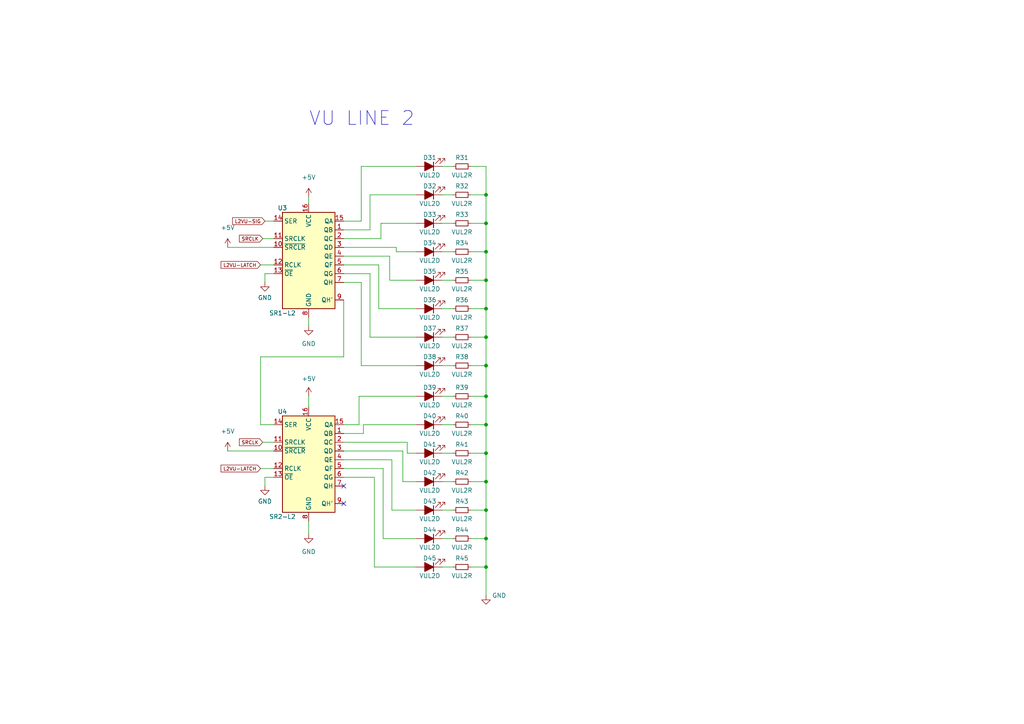
<source format=kicad_sch>
(kicad_sch (version 20210621) (generator eeschema)
  (paper "A4")
  (lib_symbols
    (symbol "74xx:74HC595"
      (property "Reference" "U" (at -7.62 13.97 0))
      (property "Value" "74HC595" (at -7.62 -16.51 0))
      (symbol "74HC595_1_0"
        (pin tri_state line (at 10.16 7.62 180) (length 2.54) (name "QB") (number "1"))
        (pin input line (at -10.16 2.54 0) (length 2.54) (name "~{SRCLR}") (number "10"))
        (pin input line (at -10.16 5.08 0) (length 2.54) (name "SRCLK") (number "11"))
        (pin input line (at -10.16 -2.54 0) (length 2.54) (name "RCLK") (number "12"))
        (pin input line (at -10.16 -5.08 0) (length 2.54) (name "~{OE}") (number "13"))
        (pin input line (at -10.16 10.16 0) (length 2.54) (name "SER") (number "14"))
        (pin tri_state line (at 10.16 10.16 180) (length 2.54) (name "QA") (number "15"))
        (pin power_in line (at 0 15.24 270) (length 2.54) (name "VCC") (number "16"))
        (pin tri_state line (at 10.16 5.08 180) (length 2.54) (name "QC") (number "2"))
        (pin tri_state line (at 10.16 2.54 180) (length 2.54) (name "QD") (number "3"))
        (pin tri_state line (at 10.16 0 180) (length 2.54) (name "QE") (number "4"))
        (pin tri_state line (at 10.16 -2.54 180) (length 2.54) (name "QF") (number "5"))
        (pin tri_state line (at 10.16 -5.08 180) (length 2.54) (name "QG") (number "6"))
        (pin tri_state line (at 10.16 -7.62 180) (length 2.54) (name "QH") (number "7"))
        (pin power_in line (at 0 -17.78 90) (length 2.54) (name "GND") (number "8"))
        (pin output line (at 10.16 -12.7 180) (length 2.54) (name "QH'") (number "9"))
      )
      (symbol "74HC595_1_1"
        (rectangle (start -7.62 12.7) (end 7.62 -15.24) (stroke (width 0.254)) (fill (type background)))
      )
    )
    (symbol "Device:LED_Filled" (pin_numbers hide) (pin_names (offset 1.016) hide)
      (property "Reference" "D" (at 0 2.54 0))
      (property "Value" "LED_Filled" (at 0 -2.54 0))
      (symbol "LED_Filled_0_1"
        (polyline (pts (xy -1.27 -1.27) (xy -1.27 1.27)) (stroke (width 0.254)))
        (polyline (pts (xy -1.27 0) (xy 1.27 0)))
        (polyline (pts (xy -3.048 -0.762) (xy -4.572 -2.286) (xy -3.81 -2.286) (xy -4.572 -2.286) (xy -4.572 -1.524)))
        (polyline (pts (xy -1.778 -0.762) (xy -3.302 -2.286) (xy -2.54 -2.286) (xy -3.302 -2.286) (xy -3.302 -1.524)))
        (polyline (pts (xy 1.27 -1.27) (xy 1.27 1.27) (xy -1.27 0) (xy 1.27 -1.27)) (stroke (width 0.254)) (fill (type outline)))
      )
      (symbol "LED_Filled_1_1"
        (pin passive line (at -3.81 0 0) (length 2.54) (name "K") (number "1"))
        (pin passive line (at 3.81 0 180) (length 2.54) (name "A") (number "2"))
      )
    )
    (symbol "Device:R_Small" (pin_numbers hide) (pin_names (offset 0.254) hide)
      (property "Reference" "R" (at 0.762 0.508 0))
      (property "Value" "R_Small" (at 0.762 -1.016 0))
      (symbol "R_Small_0_1"
        (rectangle (start -0.762 1.778) (end 0.762 -1.778) (stroke (width 0.2032)))
      )
      (symbol "R_Small_1_1"
        (pin passive line (at 0 2.54 270) (length 0.762) (name "~") (number "1"))
        (pin passive line (at 0 -2.54 90) (length 0.762) (name "~") (number "2"))
      )
    )
    (symbol "power:+5V" (power) (pin_names (offset 0))
      (property "Value" "+5V" (at 0 3.556 0))
      (symbol "+5V_0_1"
        (polyline (pts (xy -0.762 1.27) (xy 0 2.54)))
        (polyline (pts (xy 0 0) (xy 0 2.54)))
        (polyline (pts (xy 0 2.54) (xy 0.762 1.27)))
      )
      (symbol "+5V_1_1"
        (pin power_in line (at 0 0 90) (length 0) hide (name "+5V") (number "1"))
      )
    )
    (symbol "power:GND" (power) (pin_names (offset 0))
      (property "Value" "GND" (at 0 -3.81 0))
      (symbol "GND_0_1"
        (polyline (pts (xy 0 0) (xy 0 -1.27) (xy 1.27 -1.27) (xy 0 -2.54) (xy -1.27 -1.27) (xy 0 -1.27)))
      )
      (symbol "GND_1_1"
        (pin power_in line (at 0 0 270) (length 0) hide (name "GND") (number "1"))
      )
    )
  )
  (junction (at 140.97 56.515))
  (junction (at 140.97 64.77))
  (junction (at 140.97 73.025))
  (junction (at 140.97 81.28))
  (junction (at 140.97 89.535))
  (junction (at 140.97 97.79))
  (junction (at 140.97 106.045))
  (junction (at 140.97 114.935))
  (junction (at 140.97 123.19))
  (junction (at 140.97 131.445))
  (junction (at 140.97 139.7))
  (junction (at 140.97 147.955))
  (junction (at 140.97 156.21))
  (junction (at 140.97 164.465))
  (no_connect (at 99.695 140.97))
  (no_connect (at 99.695 146.05))
  (wire (pts (xy 66.04 71.755) (xy 79.375 71.755)))
  (wire (pts (xy 66.04 130.81) (xy 79.375 130.81)))
  (wire (pts (xy 75.565 76.835) (xy 79.375 76.835)))
  (wire (pts (xy 75.565 103.505) (xy 75.565 123.19)))
  (wire (pts (xy 75.565 123.19) (xy 79.375 123.19)))
  (wire (pts (xy 75.565 135.89) (xy 79.375 135.89)))
  (wire (pts (xy 76.2 69.215) (xy 79.375 69.215)))
  (wire (pts (xy 76.2 128.27) (xy 79.375 128.27)))
  (wire (pts (xy 76.835 64.135) (xy 79.375 64.135)))
  (wire (pts (xy 76.835 79.375) (xy 79.375 79.375)))
  (wire (pts (xy 76.835 81.915) (xy 76.835 79.375)))
  (wire (pts (xy 76.835 138.43) (xy 79.375 138.43)))
  (wire (pts (xy 76.835 140.97) (xy 76.835 138.43)))
  (wire (pts (xy 89.535 57.15) (xy 89.535 59.055)))
  (wire (pts (xy 89.535 92.075) (xy 89.535 94.615)))
  (wire (pts (xy 89.535 114.935) (xy 89.535 118.11)))
  (wire (pts (xy 89.535 151.13) (xy 89.535 154.94)))
  (wire (pts (xy 99.695 66.675) (xy 107.315 66.675)))
  (wire (pts (xy 99.695 69.215) (xy 110.49 69.215)))
  (wire (pts (xy 99.695 71.755) (xy 114.935 71.755)))
  (wire (pts (xy 99.695 74.295) (xy 113.03 74.295)))
  (wire (pts (xy 99.695 76.835) (xy 109.855 76.835)))
  (wire (pts (xy 99.695 79.375) (xy 107.315 79.375)))
  (wire (pts (xy 99.695 81.915) (xy 104.775 81.915)))
  (wire (pts (xy 99.695 86.995) (xy 99.695 103.505)))
  (wire (pts (xy 99.695 103.505) (xy 75.565 103.505)))
  (wire (pts (xy 99.695 128.27) (xy 118.11 128.27)))
  (wire (pts (xy 99.695 130.81) (xy 116.84 130.81)))
  (wire (pts (xy 99.695 135.89) (xy 111.125 135.89)))
  (wire (pts (xy 99.695 138.43) (xy 108.585 138.43)))
  (wire (pts (xy 104.14 114.935) (xy 104.14 123.19)))
  (wire (pts (xy 104.14 123.19) (xy 99.695 123.19)))
  (wire (pts (xy 104.775 48.26) (xy 104.775 64.135)))
  (wire (pts (xy 104.775 64.135) (xy 99.695 64.135)))
  (wire (pts (xy 104.775 81.915) (xy 104.775 106.045)))
  (wire (pts (xy 104.775 106.045) (xy 120.65 106.045)))
  (wire (pts (xy 105.41 123.19) (xy 105.41 125.73)))
  (wire (pts (xy 105.41 125.73) (xy 99.695 125.73)))
  (wire (pts (xy 107.315 56.515) (xy 120.65 56.515)))
  (wire (pts (xy 107.315 66.675) (xy 107.315 56.515)))
  (wire (pts (xy 107.315 79.375) (xy 107.315 97.79)))
  (wire (pts (xy 107.315 97.79) (xy 120.65 97.79)))
  (wire (pts (xy 108.585 138.43) (xy 108.585 164.465)))
  (wire (pts (xy 108.585 164.465) (xy 120.65 164.465)))
  (wire (pts (xy 109.855 76.835) (xy 109.855 89.535)))
  (wire (pts (xy 109.855 89.535) (xy 120.65 89.535)))
  (wire (pts (xy 110.49 64.77) (xy 120.65 64.77)))
  (wire (pts (xy 110.49 69.215) (xy 110.49 64.77)))
  (wire (pts (xy 111.125 135.89) (xy 111.125 156.21)))
  (wire (pts (xy 111.125 156.21) (xy 120.65 156.21)))
  (wire (pts (xy 113.03 74.295) (xy 113.03 81.28)))
  (wire (pts (xy 113.03 81.28) (xy 120.65 81.28)))
  (wire (pts (xy 113.665 133.35) (xy 99.695 133.35)))
  (wire (pts (xy 113.665 147.955) (xy 113.665 133.35)))
  (wire (pts (xy 114.935 71.755) (xy 114.935 73.025)))
  (wire (pts (xy 114.935 73.025) (xy 120.65 73.025)))
  (wire (pts (xy 116.84 130.81) (xy 116.84 139.7)))
  (wire (pts (xy 116.84 139.7) (xy 120.65 139.7)))
  (wire (pts (xy 118.11 128.27) (xy 118.11 131.445)))
  (wire (pts (xy 118.11 131.445) (xy 120.65 131.445)))
  (wire (pts (xy 120.65 48.26) (xy 104.775 48.26)))
  (wire (pts (xy 120.65 114.935) (xy 104.14 114.935)))
  (wire (pts (xy 120.65 123.19) (xy 105.41 123.19)))
  (wire (pts (xy 120.65 147.955) (xy 113.665 147.955)))
  (wire (pts (xy 128.27 48.26) (xy 131.445 48.26)))
  (wire (pts (xy 128.27 56.515) (xy 131.445 56.515)))
  (wire (pts (xy 128.27 64.77) (xy 131.445 64.77)))
  (wire (pts (xy 128.27 73.025) (xy 131.445 73.025)))
  (wire (pts (xy 128.27 81.28) (xy 131.445 81.28)))
  (wire (pts (xy 128.27 89.535) (xy 131.445 89.535)))
  (wire (pts (xy 128.27 97.79) (xy 131.445 97.79)))
  (wire (pts (xy 128.27 106.045) (xy 131.445 106.045)))
  (wire (pts (xy 128.27 114.935) (xy 131.445 114.935)))
  (wire (pts (xy 128.27 123.19) (xy 131.445 123.19)))
  (wire (pts (xy 128.27 131.445) (xy 131.445 131.445)))
  (wire (pts (xy 128.27 139.7) (xy 131.445 139.7)))
  (wire (pts (xy 128.27 147.955) (xy 131.445 147.955)))
  (wire (pts (xy 128.27 156.21) (xy 131.445 156.21)))
  (wire (pts (xy 128.27 164.465) (xy 131.445 164.465)))
  (wire (pts (xy 136.525 48.26) (xy 140.97 48.26)))
  (wire (pts (xy 136.525 56.515) (xy 140.97 56.515)))
  (wire (pts (xy 136.525 64.77) (xy 140.97 64.77)))
  (wire (pts (xy 136.525 73.025) (xy 140.97 73.025)))
  (wire (pts (xy 136.525 81.28) (xy 140.97 81.28)))
  (wire (pts (xy 136.525 89.535) (xy 140.97 89.535)))
  (wire (pts (xy 136.525 97.79) (xy 140.97 97.79)))
  (wire (pts (xy 136.525 106.045) (xy 140.97 106.045)))
  (wire (pts (xy 136.525 114.935) (xy 140.97 114.935)))
  (wire (pts (xy 136.525 123.19) (xy 140.97 123.19)))
  (wire (pts (xy 136.525 131.445) (xy 140.97 131.445)))
  (wire (pts (xy 136.525 139.7) (xy 140.97 139.7)))
  (wire (pts (xy 136.525 147.955) (xy 140.97 147.955)))
  (wire (pts (xy 136.525 156.21) (xy 140.97 156.21)))
  (wire (pts (xy 136.525 164.465) (xy 140.97 164.465)))
  (wire (pts (xy 140.97 48.26) (xy 140.97 56.515)))
  (wire (pts (xy 140.97 56.515) (xy 140.97 64.77)))
  (wire (pts (xy 140.97 64.77) (xy 140.97 73.025)))
  (wire (pts (xy 140.97 73.025) (xy 140.97 81.28)))
  (wire (pts (xy 140.97 81.28) (xy 140.97 89.535)))
  (wire (pts (xy 140.97 89.535) (xy 140.97 97.79)))
  (wire (pts (xy 140.97 97.79) (xy 140.97 106.045)))
  (wire (pts (xy 140.97 106.045) (xy 140.97 114.935)))
  (wire (pts (xy 140.97 114.935) (xy 140.97 123.19)))
  (wire (pts (xy 140.97 123.19) (xy 140.97 131.445)))
  (wire (pts (xy 140.97 131.445) (xy 140.97 139.7)))
  (wire (pts (xy 140.97 139.7) (xy 140.97 147.955)))
  (wire (pts (xy 140.97 147.955) (xy 140.97 156.21)))
  (wire (pts (xy 140.97 156.21) (xy 140.97 164.465)))
  (wire (pts (xy 140.97 164.465) (xy 140.97 172.72)))
  (text "VU LINE 2" (at 89.535 36.83 0) (effects (font (size 4.016 4.016)) (justify left bottom)))
  (global_label "L2VU-LATCH" (shape input) (at 75.565 76.835 180) (effects (font (size 1.016 1.016))) (property "Intersheet References" "${INTERSHEET_REFS}" (effects hide)))
  (global_label "L2VU-LATCH" (shape input) (at 75.565 135.89 180) (effects (font (size 1.016 1.016))) (property "Intersheet References" "${INTERSHEET_REFS}" (effects hide)))
  (global_label "SRCLK" (shape input) (at 76.2 69.215 180) (effects (font (size 1.016 1.016))) (property "Intersheet References" "${INTERSHEET_REFS}" (effects hide)))
  (global_label "SRCLK" (shape input) (at 76.2 128.27 180) (effects (font (size 1.016 1.016))) (property "Intersheet References" "${INTERSHEET_REFS}" (effects hide)))
  (global_label "L2VU-SIG" (shape input) (at 76.835 64.135 180) (effects (font (size 1.016 1.016))) (property "Intersheet References" "${INTERSHEET_REFS}" (effects hide)))
  (symbol (lib_id "power:+5V") (at 66.04 71.755 0) (unit 1)
    (property "Reference" "#PWR099" (effects hide))
    (property "Value" "+5V" (at 66.04 66.04 0))
  )
  (symbol (lib_id "power:+5V") (at 66.04 130.81 0) (unit 1)
    (property "Reference" "#PWR0100" (effects hide))
    (property "Value" "+5V" (at 66.04 125.095 0))
  )
  (symbol (lib_id "power:+5V") (at 89.535 57.15 0) (unit 1)
    (property "Reference" "#PWR0103" (effects hide))
    (property "Value" "+5V" (at 89.535 51.435 0))
  )
  (symbol (lib_id "power:+5V") (at 89.535 114.935 0) (unit 1)
    (property "Reference" "#PWR0105" (effects hide))
    (property "Value" "+5V" (at 89.535 109.855 0))
  )
  (symbol (lib_id "power:GND") (at 76.835 81.915 0) (unit 1)
    (property "Reference" "#PWR0101" (effects hide))
    (property "Value" "GND" (at 76.835 86.36 0))
  )
  (symbol (lib_id "power:GND") (at 76.835 140.97 0) (unit 1)
    (property "Reference" "#PWR0102" (effects hide))
    (property "Value" "GND" (at 76.835 145.415 0))
  )
  (symbol (lib_id "power:GND") (at 89.535 94.615 0) (unit 1)
    (property "Reference" "#PWR0104" (effects hide))
    (property "Value" "GND" (at 89.535 99.695 0))
  )
  (symbol (lib_id "power:GND") (at 89.535 154.94 0) (unit 1)
    (property "Reference" "#PWR0106" (effects hide))
    (property "Value" "GND" (at 89.535 160.02 0))
  )
  (symbol (lib_id "power:GND") (at 140.97 172.72 0) (unit 1)
    (property "Reference" "#PWR0107" (effects hide))
    (property "Value" "GND" (at 144.78 172.72 0))
  )
  (symbol (lib_id "Device:R_Small") (at 133.985 48.26 270) (unit 1)
    (property "Reference" "R31" (at 133.985 45.72 90))
    (property "Value" "VUL2R" (at 133.985 50.8 90))
    (property "Footprint" "Library:R_1206_3216Metric_Pad1.30x1.75mm_HandSolder" (effects hide))
  )
  (symbol (lib_id "Device:R_Small") (at 133.985 56.515 270) (unit 1)
    (property "Reference" "R32" (at 133.985 53.975 90))
    (property "Value" "VUL2R" (at 133.985 59.055 90))
    (property "Footprint" "Library:R_1206_3216Metric_Pad1.30x1.75mm_HandSolder" (effects hide))
  )
  (symbol (lib_id "Device:R_Small") (at 133.985 64.77 270) (unit 1)
    (property "Reference" "R33" (at 133.985 62.23 90))
    (property "Value" "VUL2R" (at 133.985 67.31 90))
    (property "Footprint" "Library:R_1206_3216Metric_Pad1.30x1.75mm_HandSolder" (effects hide))
  )
  (symbol (lib_id "Device:R_Small") (at 133.985 73.025 270) (unit 1)
    (property "Reference" "R34" (at 133.985 70.485 90))
    (property "Value" "VUL2R" (at 133.985 75.565 90))
    (property "Footprint" "Library:R_1206_3216Metric_Pad1.30x1.75mm_HandSolder" (effects hide))
  )
  (symbol (lib_id "Device:R_Small") (at 133.985 81.28 270) (unit 1)
    (property "Reference" "R35" (at 133.985 78.74 90))
    (property "Value" "VUL2R" (at 133.985 83.82 90))
    (property "Footprint" "Library:R_1206_3216Metric_Pad1.30x1.75mm_HandSolder" (effects hide))
  )
  (symbol (lib_id "Device:R_Small") (at 133.985 89.535 270) (unit 1)
    (property "Reference" "R36" (at 133.985 86.995 90))
    (property "Value" "VUL2R" (at 133.985 92.075 90))
    (property "Footprint" "Library:R_1206_3216Metric_Pad1.30x1.75mm_HandSolder" (effects hide))
  )
  (symbol (lib_id "Device:R_Small") (at 133.985 97.79 270) (unit 1)
    (property "Reference" "R37" (at 133.985 95.25 90))
    (property "Value" "VUL2R" (at 133.985 100.33 90))
    (property "Footprint" "Library:R_1206_3216Metric_Pad1.30x1.75mm_HandSolder" (effects hide))
  )
  (symbol (lib_id "Device:R_Small") (at 133.985 106.045 270) (unit 1)
    (property "Reference" "R38" (at 133.985 103.505 90))
    (property "Value" "VUL2R" (at 133.985 108.585 90))
    (property "Footprint" "Library:R_1206_3216Metric_Pad1.30x1.75mm_HandSolder" (effects hide))
  )
  (symbol (lib_id "Device:R_Small") (at 133.985 114.935 270) (unit 1)
    (property "Reference" "R39" (at 133.985 112.395 90))
    (property "Value" "VUL2R" (at 133.985 117.475 90))
    (property "Footprint" "Library:R_1206_3216Metric_Pad1.30x1.75mm_HandSolder" (effects hide))
  )
  (symbol (lib_id "Device:R_Small") (at 133.985 123.19 270) (unit 1)
    (property "Reference" "R40" (at 133.985 120.65 90))
    (property "Value" "VUL2R" (at 133.985 125.73 90))
    (property "Footprint" "Library:R_1206_3216Metric_Pad1.30x1.75mm_HandSolder" (effects hide))
  )
  (symbol (lib_id "Device:R_Small") (at 133.985 131.445 270) (unit 1)
    (property "Reference" "R41" (at 133.985 128.905 90))
    (property "Value" "VUL2R" (at 133.985 133.985 90))
    (property "Footprint" "Library:R_1206_3216Metric_Pad1.30x1.75mm_HandSolder" (effects hide))
  )
  (symbol (lib_id "Device:R_Small") (at 133.985 139.7 270) (unit 1)
    (property "Reference" "R42" (at 133.985 137.16 90))
    (property "Value" "VUL2R" (at 133.985 142.24 90))
    (property "Footprint" "Library:R_1206_3216Metric_Pad1.30x1.75mm_HandSolder" (effects hide))
  )
  (symbol (lib_id "Device:R_Small") (at 133.985 147.955 270) (unit 1)
    (property "Reference" "R43" (at 133.985 145.415 90))
    (property "Value" "VUL2R" (at 133.985 150.495 90))
    (property "Footprint" "Library:R_1206_3216Metric_Pad1.30x1.75mm_HandSolder" (effects hide))
  )
  (symbol (lib_id "Device:R_Small") (at 133.985 156.21 270) (unit 1)
    (property "Reference" "R44" (at 133.985 153.67 90))
    (property "Value" "VUL2R" (at 133.985 158.75 90))
    (property "Footprint" "Library:R_1206_3216Metric_Pad1.30x1.75mm_HandSolder" (effects hide))
  )
  (symbol (lib_id "Device:R_Small") (at 133.985 164.465 270) (unit 1)
    (property "Reference" "R45" (at 133.985 161.925 90))
    (property "Value" "VUL2R" (at 133.985 167.005 90))
    (property "Footprint" "Library:R_1206_3216Metric_Pad1.30x1.75mm_HandSolder" (effects hide))
  )
  (symbol (lib_id "Device:LED_Filled") (at 124.46 48.26 180) (unit 1)
    (property "Reference" "D31" (at 124.6505 45.72 0))
    (property "Value" "VUL2D" (at 124.6505 50.8 0))
    (property "Footprint" "Library:LED_GREEN" (effects hide))
  )
  (symbol (lib_id "Device:LED_Filled") (at 124.46 56.515 180) (unit 1)
    (property "Reference" "D32" (at 124.6505 53.975 0))
    (property "Value" "VUL2D" (at 124.6505 59.055 0))
    (property "Footprint" "Library:LED_GREEN" (effects hide))
  )
  (symbol (lib_id "Device:LED_Filled") (at 124.46 64.77 180) (unit 1)
    (property "Reference" "D33" (at 124.6505 62.23 0))
    (property "Value" "VUL2D" (at 124.6505 67.31 0))
    (property "Footprint" "Library:LED_GREEN" (effects hide))
  )
  (symbol (lib_id "Device:LED_Filled") (at 124.46 73.025 180) (unit 1)
    (property "Reference" "D34" (at 124.6505 70.485 0))
    (property "Value" "VUL2D" (at 124.6505 75.565 0))
    (property "Footprint" "Library:LED_GREEN" (effects hide))
  )
  (symbol (lib_id "Device:LED_Filled") (at 124.46 81.28 180) (unit 1)
    (property "Reference" "D35" (at 124.6505 78.74 0))
    (property "Value" "VUL2D" (at 124.6505 83.82 0))
    (property "Footprint" "Library:LED_GREEN" (effects hide))
  )
  (symbol (lib_id "Device:LED_Filled") (at 124.46 89.535 180) (unit 1)
    (property "Reference" "D36" (at 124.6505 86.995 0))
    (property "Value" "VUL2D" (at 124.6505 92.075 0))
    (property "Footprint" "Library:LED_GREEN" (effects hide))
  )
  (symbol (lib_id "Device:LED_Filled") (at 124.46 97.79 180) (unit 1)
    (property "Reference" "D37" (at 124.6505 95.25 0))
    (property "Value" "VUL2D" (at 124.6505 100.33 0))
    (property "Footprint" "Library:LED_GREEN" (effects hide))
  )
  (symbol (lib_id "Device:LED_Filled") (at 124.46 106.045 180) (unit 1)
    (property "Reference" "D38" (at 124.6505 103.505 0))
    (property "Value" "VUL2D" (at 124.6505 108.585 0))
    (property "Footprint" "Library:LED_GREEN" (effects hide))
  )
  (symbol (lib_id "Device:LED_Filled") (at 124.46 114.935 180) (unit 1)
    (property "Reference" "D39" (at 124.6505 112.395 0))
    (property "Value" "VUL2D" (at 124.6505 117.475 0))
    (property "Footprint" "Library:LED_GREEN" (effects hide))
  )
  (symbol (lib_id "Device:LED_Filled") (at 124.46 123.19 180) (unit 1)
    (property "Reference" "D40" (at 124.6505 120.65 0))
    (property "Value" "VUL2D" (at 124.6505 125.73 0))
    (property "Footprint" "Library:LED_GREEN" (effects hide))
  )
  (symbol (lib_id "Device:LED_Filled") (at 124.46 131.445 180) (unit 1)
    (property "Reference" "D41" (at 124.6505 128.905 0))
    (property "Value" "VUL2D" (at 124.6505 133.985 0))
    (property "Footprint" "Library:LED_GREEN" (effects hide))
  )
  (symbol (lib_id "Device:LED_Filled") (at 124.46 139.7 180) (unit 1)
    (property "Reference" "D42" (at 124.6505 137.16 0))
    (property "Value" "VUL2D" (at 124.6505 142.24 0))
    (property "Footprint" "Library:LED_GREEN" (effects hide))
  )
  (symbol (lib_id "Device:LED_Filled") (at 124.46 147.955 180) (unit 1)
    (property "Reference" "D43" (at 124.6505 145.415 0))
    (property "Value" "VUL2D" (at 124.6505 150.495 0))
    (property "Footprint" "Library:LED_GREEN" (effects hide))
  )
  (symbol (lib_id "Device:LED_Filled") (at 124.46 156.21 180) (unit 1)
    (property "Reference" "D44" (at 124.6505 153.67 0))
    (property "Value" "VUL2D" (at 124.6505 158.75 0))
    (property "Footprint" "Library:LED_GREEN" (effects hide))
  )
  (symbol (lib_id "Device:LED_Filled") (at 124.46 164.465 180) (unit 1)
    (property "Reference" "D45" (at 124.6505 161.925 0))
    (property "Value" "VUL2D" (at 124.6505 167.005 0))
    (property "Footprint" "Library:LED_GREEN" (effects hide))
  )
  (symbol (lib_id "74xx:74HC595") (at 89.535 74.295 0) (unit 1)
    (property "Reference" "U3" (at 81.915 60.325 0))
    (property "Value" "SR1-L2" (at 81.915 90.805 0))
    (property "Datasheet" "http://www.ti.com/lit/ds/symlink/sn74hc595.pdf" (effects hide))
  )
  (symbol (lib_id "74xx:74HC595") (at 89.535 133.35 0) (unit 1)
    (property "Reference" "U4" (at 81.915 119.38 0))
    (property "Value" "SR2-L2" (at 81.915 149.86 0))
    (property "Datasheet" "http://www.ti.com/lit/ds/symlink/sn74hc595.pdf" (effects hide))
  )
)
</source>
